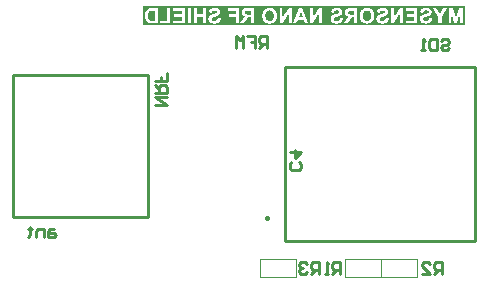
<source format=gbo>
%FSTAX25Y25*%
%MOIN*%
%SFA1B1*%

%IPPOS*%
%ADD24C,0.010000*%
%ADD41C,0.003940*%
%LNnano_rf_shied1_pcb1-1*%
%LPD*%
G36*
X0251287Y0489563D02*
X0144218D01*
Y0495797*
X0251287*
Y0489563*
G37*
%LNnano_rf_shied1_pcb1-2*%
%LPC*%
G36*
X0159947Y0495202D02*
X0158926D01*
Y0490158*
X0159947*
Y0495202*
G37*
G36*
X0157949D02*
X0154209D01*
Y0494349*
X0156929*
Y0493234*
X0154399*
Y0492381*
X0156929*
Y049101*
X0154115*
Y0490158*
X0157949*
Y0495202*
G37*
G36*
X0153225Y0495166D02*
X0152205D01*
Y049101*
X0149668*
Y0490158*
X0153225*
Y0495166*
G37*
G36*
X0197242Y0495202D02*
X0196163D01*
X0194137Y0490158*
X0195238*
X0195675Y0491302*
X0197702*
X0198117Y0490158*
X0199196*
X0197242Y0495202*
G37*
G36*
X0181059D02*
X0178784D01*
X0178718Y0495195*
X0178638*
X0178558Y0495188*
X0178463*
X0178274Y0495166*
X0178077Y0495144*
X0177895Y0495107*
X0177814Y0495085*
X0177742Y0495064*
X0177734*
X0177727Y0495056*
X0177683Y0495035*
X0177618Y0494998*
X017753Y0494954*
X0177435Y0494881*
X0177341Y0494801*
X0177246Y0494699*
X0177158Y0494575*
Y0494568*
X0177151Y0494561*
X0177137Y0494539*
X0177122Y0494517*
X0177085Y0494444*
X0177042Y0494349*
X0177005Y0494233*
X0176969Y0494101*
X017694Y0493948*
X0176932Y0493788*
Y0493781*
Y0493766*
Y049373*
X017694Y0493693*
Y0493642*
X0176947Y0493591*
X0176976Y049346*
X0177013Y0493307*
X0177071Y0493154*
X0177158Y0492993*
X0177209Y049292*
X0177268Y0492847*
X0177275Y049284*
X0177282Y0492833*
X0177304Y0492811*
X0177333Y0492789*
X0177363Y049276*
X0177406Y0492724*
X0177457Y0492687*
X0177516Y0492651*
X0177581Y0492607*
X0177661Y049257*
X0177742Y0492534*
X0177829Y0492498*
X0177931Y0492461*
X0178033Y0492432*
X0178143Y0492403*
X0178267Y0492381*
X0178259*
X0178252Y0492374*
X0178208Y0492345*
X017815Y0492308*
X0178077Y0492257*
X0177989Y0492191*
X0177902Y0492126*
X0177807Y0492046*
X0177727Y0491958*
X017772Y0491951*
X0177683Y0491914*
X0177639Y0491856*
X0177574Y0491769*
X0177486Y0491659*
X0177443Y0491586*
X0177392Y0491513*
X0177333Y0491433*
X0177275Y0491346*
X0177209Y0491244*
X0177144Y0491142*
X0176524Y0490158*
X0177749*
X0178478Y0491251*
X0178485Y0491258*
X0178492Y049128*
X0178514Y0491309*
X0178543Y0491346*
X0178573Y049139*
X0178609Y0491448*
X0178689Y0491565*
X0178784Y0491696*
X0178872Y0491812*
X0178952Y0491922*
X0178988Y0491958*
X0179017Y0491995*
X0179025Y0492002*
X0179039Y0492016*
X0179068Y0492046*
X0179105Y0492082*
X0179156Y0492111*
X0179207Y0492148*
X0179265Y0492177*
X0179323Y0492206*
X0179331*
X0179353Y0492213*
X0179389Y0492228*
X0179447Y0492235*
X017952Y049225*
X0179608Y0492257*
X017971Y0492264*
X0180038*
Y0490158*
X0181059*
Y0495202*
G37*
G36*
X017597D02*
X0172507D01*
Y0494349*
X017495*
Y0493154*
X0172843*
Y0492301*
X017495*
Y0490158*
X017597*
Y0495202*
G37*
G36*
X0148939D02*
X0146927D01*
X0146869Y0495195*
X014673Y0495188*
X0146577Y049518*
X0146416Y0495158*
X0146263Y0495136*
X0146125Y04951*
X0146118*
X0146103Y0495093*
X0146081Y0495085*
X0146052Y0495078*
X0145965Y0495042*
X0145862Y0494991*
X0145746Y0494925*
X0145615Y0494845*
X0145491Y049475*
X0145367Y0494633*
X0145359*
X0145352Y0494619*
X0145316Y0494575*
X0145257Y0494502*
X0145192Y0494408*
X0145112Y0494291*
X0145031Y0494152*
X0144951Y0493992*
X0144886Y0493817*
Y049381*
X0144878Y0493795*
X0144871Y0493766*
X0144856Y049373*
X0144849Y0493686*
X0144834Y0493628*
X014482Y0493562*
X0144798Y0493489*
X0144783Y0493409*
X0144769Y0493314*
X0144754Y0493219*
X0144747Y049311*
X0144725Y0492884*
X0144718Y0492629*
Y0492622*
Y04926*
Y049257*
Y0492527*
X0144725Y0492468*
Y049241*
X0144732Y0492337*
X014474Y0492257*
X0144754Y0492089*
X0144783Y0491914*
X0144827Y0491732*
X0144878Y0491557*
Y049155*
X0144886Y0491535*
X01449Y0491506*
X0144915Y0491462*
X0144929Y0491419*
X0144958Y0491368*
X0145017Y0491236*
X014509Y0491098*
X0145185Y0490945*
X0145294Y0490799*
X0145418Y049066*
X0145432Y0490646*
X0145469Y0490617*
X0145527Y0490573*
X0145607Y0490515*
X0145709Y0490449*
X0145826Y0490383*
X0145972Y0490318*
X0146132Y049026*
X014614*
X0146147Y0490252*
X0146169*
X0146191Y0490245*
X0146271Y049023*
X0146373Y0490208*
X0146497Y0490187*
X014665Y0490172*
X0146832Y0490165*
X0147029Y0490158*
X0148939*
Y0495202*
G37*
G36*
X0208673Y0495297D02*
X0208586D01*
X020852Y049529*
X020844Y0495282*
X0208345Y0495275*
X020825Y049526*
X0208141Y0495246*
X0207908Y0495195*
X0207791Y0495158*
X0207674Y0495122*
X0207558Y0495071*
X0207448Y0495013*
X0207346Y0494947*
X0207252Y0494874*
X0207244Y0494867*
X020723Y0494852*
X0207208Y049483*
X0207179Y0494801*
X0207142Y0494758*
X0207098Y0494706*
X0207055Y0494648*
X0207004Y0494583*
X020696Y0494502*
X0206916Y0494422*
X0206872Y0494327*
X0206836Y0494225*
X02068Y0494123*
X020677Y0494007*
X0206749Y049389*
X0206741Y0493759*
X0207762Y0493722*
Y049373*
Y0493737*
X0207776Y0493788*
X0207791Y0493854*
X020782Y0493934*
X0207857Y0494029*
X0207908Y0494116*
X0207973Y0494203*
X0208046Y0494276*
X0208053Y0494284*
X0208083Y0494306*
X0208134Y0494335*
X0208207Y0494364*
X0208294Y0494393*
X0208403Y0494422*
X0208535Y0494444*
X0208688Y0494451*
X0208761*
X0208841Y0494444*
X0208935Y0494429*
X0209045Y0494408*
X0209161Y0494371*
X0209271Y0494327*
X0209373Y0494262*
X020938Y0494254*
X0209395Y049424*
X0209424Y0494218*
X0209453Y0494182*
X0209482Y0494138*
X0209511Y0494079*
X0209526Y0494021*
X0209533Y0493948*
Y0493941*
Y0493919*
X0209526Y0493883*
X0209511Y0493846*
X0209497Y0493795*
X0209475Y0493744*
X0209438Y0493693*
X0209387Y0493642*
X020938Y0493635*
X0209344Y0493613*
X0209322Y0493598*
X0209285Y0493584*
X0209249Y0493562*
X0209198Y049354*
X020914Y0493518*
X0209074Y0493489*
X0208994Y049346*
X0208914Y0493431*
X0208812Y0493401*
X0208702Y0493372*
X0208586Y0493343*
X0208454Y0493307*
X0208447*
X0208418Y0493299*
X0208382Y0493292*
X020833Y0493278*
X0208272Y0493263*
X0208199Y0493241*
X0208119Y0493219*
X0208039Y0493197*
X0207864Y0493139*
X0207682Y0493081*
X0207507Y0493015*
X0207434Y0492979*
X0207361Y0492942*
X0207354*
X0207346Y0492935*
X0207303Y0492906*
X0207237Y0492862*
X0207157Y0492804*
X0207069Y0492731*
X0206975Y0492643*
X020688Y0492541*
X02068Y0492425*
X0206792Y049241*
X020677Y0492366*
X0206734Y0492301*
X0206698Y0492206*
X0206661Y0492089*
X0206625Y0491951*
X0206603Y0491798*
X0206595Y0491623*
Y0491615*
Y0491601*
Y0491579*
Y049155*
X0206603Y0491513*
X020661Y0491462*
X0206625Y049136*
X0206654Y0491229*
X0206698Y0491091*
X0206763Y0490952*
X0206843Y0490806*
Y0490799*
X0206858Y0490792*
X0206887Y0490748*
X0206945Y0490675*
X0207018Y0490595*
X0207113Y04905*
X0207237Y0490413*
X0207368Y0490325*
X0207528Y0490245*
X0207536*
X020755Y0490238*
X0207572Y049023*
X0207609Y0490216*
X0207652Y0490201*
X0207703Y0490187*
X0207762Y0490172*
X0207827Y0490158*
X0207908Y0490136*
X0207988Y0490121*
X0208177Y0490092*
X0208389Y049007*
X0208622Y0490063*
X0208717*
X0208782Y049007*
X0208863Y0490077*
X020895Y0490085*
X0209052Y0490099*
X0209161Y0490121*
X0209402Y0490172*
X0209526Y0490208*
X0209643Y0490245*
X0209767Y0490296*
X0209883Y0490354*
X0209993Y049042*
X0210095Y04905*
X0210102Y0490507*
X0210117Y0490522*
X0210146Y0490544*
X0210175Y049058*
X0210219Y0490631*
X0210262Y049069*
X0210313Y0490755*
X0210364Y0490828*
X0210415Y0490916*
X0210466Y049101*
X0210517Y049112*
X0210568Y0491236*
X0210605Y049136*
X0210649Y0491499*
X0210678Y0491645*
X02107Y0491798*
X0209708Y0491892*
Y0491885*
X0209701Y0491871*
Y0491842*
X0209694Y0491812*
X0209665Y0491725*
X0209628Y0491615*
X0209584Y0491492*
X0209519Y0491368*
X0209446Y0491258*
X0209351Y0491156*
X0209336Y0491149*
X02093Y049112*
X0209242Y0491083*
X0209154Y049104*
X0209045Y0490996*
X0208921Y0490959*
X0208775Y049093*
X0208608Y0490923*
X0208527*
X020844Y0490938*
X020833Y0490952*
X0208214Y0490974*
X020809Y049101*
X0207973Y0491061*
X0207871Y0491127*
X0207857Y0491134*
X0207827Y0491163*
X0207791Y0491207*
X020774Y0491266*
X0207696Y0491338*
X0207652Y0491426*
X0207623Y0491513*
X0207616Y0491615*
Y0491623*
Y0491645*
X0207623Y0491681*
X0207631Y0491725*
X0207645Y0491769*
X020766Y049182*
X0207689Y0491871*
X0207725Y0491922*
X0207733Y0491929*
X0207747Y0491944*
X0207769Y0491965*
X0207806Y0491995*
X0207857Y0492031*
X0207922Y0492067*
X0207995Y0492104*
X020809Y049214*
X0208097*
X0208126Y0492155*
X0208177Y049217*
X0208214Y0492184*
X0208258Y0492191*
X0208309Y0492206*
X0208367Y0492228*
X0208433Y0492242*
X0208505Y0492264*
X0208593Y0492286*
X0208688Y0492308*
X020879Y0492337*
X0208906Y0492366*
X0208914*
X0208943Y0492374*
X0208986Y0492388*
X0209038Y0492403*
X0209103Y0492425*
X0209183Y0492447*
X0209264Y0492476*
X0209358Y0492505*
X0209548Y0492578*
X020973Y0492665*
X0209825Y0492709*
X0209905Y049276*
X0209985Y0492811*
X0210051Y0492862*
X0210058Y0492869*
X0210073Y0492884*
X0210095Y0492906*
X0210124Y0492935*
X021016Y0492979*
X0210197Y049303*
X021024Y0493081*
X0210277Y0493146*
X0210364Y0493299*
X0210437Y0493474*
X0210466Y0493569*
X0210488Y0493664*
X0210503Y0493773*
X021051Y0493883*
Y049389*
Y0493897*
Y0493919*
Y0493948*
X0210496Y0494021*
X0210481Y0494116*
X0210459Y0494225*
X0210423Y0494349*
X0210372Y0494481*
X0210299Y0494604*
Y0494612*
X0210291Y0494619*
X0210255Y0494663*
X0210211Y0494721*
X0210138Y0494794*
X0210051Y0494874*
X0209942Y0494962*
X0209818Y0495042*
X0209672Y0495115*
X0209665*
X020965Y0495122*
X0209628Y0495129*
X0209599Y0495144*
X0209555Y0495158*
X0209511Y0495173*
X0209453Y0495188*
X0209387Y049521*
X0209242Y0495239*
X0209074Y0495268*
X0208885Y049529*
X0208673Y0495297*
G37*
G36*
X0186278D02*
X0186227D01*
X0186169Y049529*
X0186096*
X0186001Y0495275*
X0185892Y049526*
X0185768Y0495239*
X0185637Y049521*
X0185498Y0495173*
X0185352Y0495129*
X0185207Y0495071*
X0185054Y0495005*
X0184908Y0494925*
X0184762Y049483*
X0184623Y0494721*
X0184492Y0494597*
X0184485Y049459*
X0184463Y0494568*
X0184426Y0494524*
X018439Y0494473*
X0184339Y04944*
X0184281Y0494313*
X0184222Y0494211*
X0184157Y0494094*
X0184091Y049397*
X0184033Y0493824*
X0183975Y0493664*
X0183923Y0493496*
X018388Y0493307*
X0183851Y049311*
X0183829Y0492899*
X0183821Y0492672*
Y0492658*
Y0492622*
X0183829Y0492556*
Y0492468*
X0183843Y0492366*
X0183858Y049225*
X018388Y0492111*
X0183902Y0491973*
X0183938Y049182*
X0183982Y0491659*
X018404Y0491499*
X0184106Y0491338*
X0184179Y0491185*
X0184273Y0491032*
X0184376Y0490886*
X0184492Y0490748*
X0184499Y0490741*
X0184521Y0490719*
X0184558Y0490682*
X0184616Y0490639*
X0184682Y0490588*
X0184762Y0490529*
X0184857Y0490471*
X0184959Y0490405*
X0185083Y049034*
X0185214Y0490281*
X018536Y0490223*
X018552Y0490172*
X0185688Y0490128*
X018587Y0490092*
X0186059Y049007*
X0186264Y0490063*
X0186315*
X0186373Y049007*
X0186446Y0490077*
X0186541Y0490085*
X018665Y0490099*
X0186774Y0490121*
X0186905Y049015*
X0187051Y0490187*
X0187189Y049023*
X0187343Y0490289*
X0187488Y0490354*
X0187641Y0490427*
X018778Y0490522*
X0187918Y0490624*
X018805Y0490748*
X0188057Y0490755*
X0188079Y0490777*
X0188108Y0490821*
X0188152Y0490872*
X0188203Y0490945*
X0188261Y0491032*
X0188319Y0491127*
X0188378Y0491244*
X0188443Y0491368*
X0188502Y0491513*
X018856Y0491667*
X0188611Y0491834*
X0188655Y0492016*
X0188684Y0492213*
X0188706Y0492425*
X0188713Y0492643*
Y0492651*
Y049268*
Y0492716*
X0188706Y0492775*
Y049284*
X0188698Y0492913*
X0188691Y0493001*
X0188684Y0493095*
X0188655Y0493299*
X0188618Y0493518*
X018856Y0493737*
X0188487Y0493941*
Y0493948*
X018848Y0493956*
X0188465Y0493977*
X0188458Y0494007*
X0188414Y0494079*
X0188363Y0494174*
X0188297Y0494284*
X0188217Y0494393*
X0188123Y0494517*
X0188021Y0494633*
X0188013Y0494641*
X0188006Y0494648*
X018797Y0494685*
X0187904Y0494743*
X0187824Y0494808*
X0187729Y0494881*
X018762Y0494962*
X0187496Y0495035*
X0187364Y0495093*
X0187357*
X0187343Y04951*
X0187313Y0495115*
X0187277Y0495122*
X0187233Y0495144*
X0187182Y0495158*
X0187117Y0495173*
X0187051Y0495195*
X0186891Y0495231*
X0186708Y0495268*
X0186497Y049529*
X0186278Y0495297*
G37*
G36*
X0167944D02*
X0167856D01*
X0167791Y049529*
X0167711Y0495282*
X0167616Y0495275*
X0167521Y049526*
X0167412Y0495246*
X0167178Y0495195*
X0167062Y0495158*
X0166945Y0495122*
X0166829Y0495071*
X0166719Y0495013*
X0166617Y0494947*
X0166522Y0494874*
X0166515Y0494867*
X01665Y0494852*
X0166479Y049483*
X0166449Y0494801*
X0166413Y0494758*
X0166369Y0494706*
X0166325Y0494648*
X0166274Y0494583*
X0166231Y0494502*
X0166187Y0494422*
X0166143Y0494327*
X0166107Y0494225*
X016607Y0494123*
X0166041Y0494007*
X0166019Y049389*
X0166012Y0493759*
X0167033Y0493722*
Y049373*
Y0493737*
X0167047Y0493788*
X0167062Y0493854*
X0167091Y0493934*
X0167127Y0494029*
X0167178Y0494116*
X0167244Y0494203*
X0167317Y0494276*
X0167324Y0494284*
X0167353Y0494306*
X0167404Y0494335*
X0167477Y0494364*
X0167565Y0494393*
X0167674Y0494422*
X0167805Y0494444*
X0167958Y0494451*
X0168031*
X0168112Y0494444*
X0168206Y0494429*
X0168316Y0494408*
X0168432Y0494371*
X0168542Y0494327*
X0168644Y0494262*
X0168651Y0494254*
X0168666Y049424*
X0168695Y0494218*
X0168724Y0494182*
X0168753Y0494138*
X0168782Y0494079*
X0168797Y0494021*
X0168804Y0493948*
Y0493941*
Y0493919*
X0168797Y0493883*
X0168782Y0493846*
X0168768Y0493795*
X0168746Y0493744*
X0168709Y0493693*
X0168658Y0493642*
X0168651Y0493635*
X0168614Y0493613*
X0168593Y0493598*
X0168556Y0493584*
X016852Y0493562*
X0168469Y049354*
X016841Y0493518*
X0168345Y0493489*
X0168265Y049346*
X0168184Y0493431*
X0168082Y0493401*
X0167973Y0493372*
X0167856Y0493343*
X0167725Y0493307*
X0167718*
X0167689Y0493299*
X0167652Y0493292*
X0167601Y0493278*
X0167543Y0493263*
X016747Y0493241*
X016739Y0493219*
X016731Y0493197*
X0167135Y0493139*
X0166952Y0493081*
X0166777Y0493015*
X0166704Y0492979*
X0166632Y0492942*
X0166624*
X0166617Y0492935*
X0166573Y0492906*
X0166508Y0492862*
X0166428Y0492804*
X016634Y0492731*
X0166245Y0492643*
X016615Y0492541*
X016607Y0492425*
X0166063Y049241*
X0166041Y0492366*
X0166005Y0492301*
X0165968Y0492206*
X0165932Y0492089*
X0165895Y0491951*
X0165874Y0491798*
X0165866Y0491623*
Y0491615*
Y0491601*
Y0491579*
Y049155*
X0165874Y0491513*
X0165881Y0491462*
X0165895Y049136*
X0165925Y0491229*
X0165968Y0491091*
X0166034Y0490952*
X0166114Y0490806*
Y0490799*
X0166129Y0490792*
X0166158Y0490748*
X0166216Y0490675*
X0166289Y0490595*
X0166384Y04905*
X0166508Y0490413*
X0166639Y0490325*
X0166799Y0490245*
X0166807*
X0166821Y0490238*
X0166843Y049023*
X0166879Y0490216*
X0166923Y0490201*
X0166974Y0490187*
X0167033Y0490172*
X0167098Y0490158*
X0167178Y0490136*
X0167259Y0490121*
X0167448Y0490092*
X0167659Y049007*
X0167893Y0490063*
X0167988*
X0168053Y049007*
X0168133Y0490077*
X0168221Y0490085*
X0168323Y0490099*
X0168432Y0490121*
X0168673Y0490172*
X0168797Y0490208*
X0168913Y0490245*
X0169037Y0490296*
X0169154Y0490354*
X0169263Y049042*
X0169365Y04905*
X0169373Y0490507*
X0169387Y0490522*
X0169416Y0490544*
X0169446Y049058*
X0169489Y0490631*
X0169533Y049069*
X0169584Y0490755*
X0169635Y0490828*
X0169686Y0490916*
X0169737Y049101*
X0169788Y049112*
X0169839Y0491236*
X0169876Y049136*
X0169919Y0491499*
X0169949Y0491645*
X0169971Y0491798*
X0168979Y0491892*
Y0491885*
X0168972Y0491871*
Y0491842*
X0168964Y0491812*
X0168935Y0491725*
X0168899Y0491615*
X0168855Y0491492*
X016879Y0491368*
X0168717Y0491258*
X0168622Y0491156*
X0168607Y0491149*
X0168571Y049112*
X0168512Y0491083*
X0168425Y049104*
X0168316Y0490996*
X0168192Y0490959*
X0168046Y049093*
X0167878Y0490923*
X0167798*
X0167711Y0490938*
X0167601Y0490952*
X0167485Y0490974*
X0167361Y049101*
X0167244Y0491061*
X0167142Y0491127*
X0167127Y0491134*
X0167098Y0491163*
X0167062Y0491207*
X0167011Y0491266*
X0166967Y0491338*
X0166923Y0491426*
X0166894Y0491513*
X0166887Y0491615*
Y0491623*
Y0491645*
X0166894Y0491681*
X0166901Y0491725*
X0166916Y0491769*
X016693Y049182*
X016696Y0491871*
X0166996Y0491922*
X0167003Y0491929*
X0167018Y0491944*
X016704Y0491965*
X0167076Y0491995*
X0167127Y0492031*
X0167193Y0492067*
X0167266Y0492104*
X0167361Y049214*
X0167368*
X0167397Y0492155*
X0167448Y049217*
X0167485Y0492184*
X0167528Y0492191*
X0167579Y0492206*
X0167638Y0492228*
X0167703Y0492242*
X0167776Y0492264*
X0167864Y0492286*
X0167958Y0492308*
X0168061Y0492337*
X0168177Y0492366*
X0168184*
X0168214Y0492374*
X0168257Y0492388*
X0168308Y0492403*
X0168374Y0492425*
X0168454Y0492447*
X0168534Y0492476*
X0168629Y0492505*
X0168819Y0492578*
X0169001Y0492665*
X0169096Y0492709*
X0169176Y049276*
X0169256Y0492811*
X0169322Y0492862*
X0169329Y0492869*
X0169343Y0492884*
X0169365Y0492906*
X0169395Y0492935*
X0169431Y0492979*
X0169467Y049303*
X0169511Y0493081*
X0169548Y0493146*
X0169635Y0493299*
X0169708Y0493474*
X0169737Y0493569*
X0169759Y0493664*
X0169774Y0493773*
X0169781Y0493883*
Y049389*
Y0493897*
Y0493919*
Y0493948*
X0169766Y0494021*
X0169752Y0494116*
X016973Y0494225*
X0169693Y0494349*
X0169642Y0494481*
X016957Y0494604*
Y0494612*
X0169562Y0494619*
X0169526Y0494663*
X0169482Y0494721*
X0169409Y0494794*
X0169322Y0494874*
X0169212Y0494962*
X0169088Y0495042*
X0168943Y0495115*
X0168935*
X0168921Y0495122*
X0168899Y0495129*
X016887Y0495144*
X0168826Y0495158*
X0168782Y0495173*
X0168724Y0495188*
X0168658Y049521*
X0168512Y0495239*
X0168345Y0495268*
X0168155Y049529*
X0167944Y0495297*
G37*
G36*
X0238438D02*
X0238351D01*
X0238285Y049529*
X0238205Y0495282*
X023811Y0495275*
X0238015Y049526*
X0237906Y0495246*
X0237673Y0495195*
X0237556Y0495158*
X0237439Y0495122*
X0237323Y0495071*
X0237213Y0495013*
X0237111Y0494947*
X0237017Y0494874*
X0237009Y0494867*
X0236995Y0494852*
X0236973Y049483*
X0236944Y0494801*
X0236907Y0494758*
X0236863Y0494706*
X023682Y0494648*
X0236769Y0494583*
X0236725Y0494502*
X0236681Y0494422*
X0236637Y0494327*
X0236601Y0494225*
X0236565Y0494123*
X0236535Y0494007*
X0236514Y049389*
X0236506Y0493759*
X0237527Y0493722*
Y049373*
Y0493737*
X0237542Y0493788*
X0237556Y0493854*
X0237585Y0493934*
X0237622Y0494029*
X0237673Y0494116*
X0237738Y0494203*
X0237811Y0494276*
X0237819Y0494284*
X0237848Y0494306*
X0237899Y0494335*
X0237972Y0494364*
X0238059Y0494393*
X0238168Y0494422*
X02383Y0494444*
X0238453Y0494451*
X0238526*
X0238606Y0494444*
X0238701Y0494429*
X023881Y0494408*
X0238927Y0494371*
X0239036Y0494327*
X0239138Y0494262*
X0239145Y0494254*
X023916Y049424*
X0239189Y0494218*
X0239218Y0494182*
X0239247Y0494138*
X0239277Y0494079*
X0239291Y0494021*
X0239298Y0493948*
Y0493941*
Y0493919*
X0239291Y0493883*
X0239277Y0493846*
X0239262Y0493795*
X023924Y0493744*
X0239204Y0493693*
X0239153Y0493642*
X0239145Y0493635*
X0239109Y0493613*
X0239087Y0493598*
X0239051Y0493584*
X0239014Y0493562*
X0238963Y049354*
X0238905Y0493518*
X0238839Y0493489*
X0238759Y049346*
X0238679Y0493431*
X0238577Y0493401*
X0238467Y0493372*
X0238351Y0493343*
X0238219Y0493307*
X0238212*
X0238183Y0493299*
X0238146Y0493292*
X0238095Y0493278*
X0238037Y0493263*
X0237964Y0493241*
X0237884Y0493219*
X0237804Y0493197*
X0237629Y0493139*
X0237447Y0493081*
X0237272Y0493015*
X0237199Y0492979*
X0237126Y0492942*
X0237119*
X0237111Y0492935*
X0237068Y0492906*
X0237002Y0492862*
X0236922Y0492804*
X0236834Y0492731*
X023674Y0492643*
X0236645Y0492541*
X0236565Y0492425*
X0236557Y049241*
X0236535Y0492366*
X0236499Y0492301*
X0236463Y0492206*
X0236426Y0492089*
X023639Y0491951*
X0236368Y0491798*
X0236361Y0491623*
Y0491615*
Y0491601*
Y0491579*
Y049155*
X0236368Y0491513*
X0236375Y0491462*
X023639Y049136*
X0236419Y0491229*
X0236463Y0491091*
X0236528Y0490952*
X0236608Y0490806*
Y0490799*
X0236623Y0490792*
X0236652Y0490748*
X023671Y0490675*
X0236783Y0490595*
X0236878Y04905*
X0237002Y0490413*
X0237133Y0490325*
X0237294Y0490245*
X0237301*
X0237316Y0490238*
X0237337Y049023*
X0237374Y0490216*
X0237418Y0490201*
X0237469Y0490187*
X0237527Y0490172*
X0237593Y0490158*
X0237673Y0490136*
X0237753Y0490121*
X0237942Y0490092*
X0238154Y049007*
X0238387Y0490063*
X0238482*
X0238547Y049007*
X0238628Y0490077*
X0238715Y0490085*
X0238817Y0490099*
X0238927Y0490121*
X0239167Y0490172*
X0239291Y0490208*
X0239408Y0490245*
X0239532Y0490296*
X0239648Y0490354*
X0239758Y049042*
X023986Y04905*
X0239867Y0490507*
X0239882Y0490522*
X0239911Y0490544*
X023994Y049058*
X0239984Y0490631*
X0240027Y049069*
X0240078Y0490755*
X0240129Y0490828*
X024018Y0490916*
X0240231Y049101*
X0240283Y049112*
X0240334Y0491236*
X024037Y049136*
X0240414Y0491499*
X0240443Y0491645*
X0240465Y0491798*
X0239473Y0491892*
Y0491885*
X0239466Y0491871*
Y0491842*
X0239459Y0491812*
X023943Y0491725*
X0239393Y0491615*
X0239349Y0491492*
X0239284Y0491368*
X0239211Y0491258*
X0239116Y0491156*
X0239102Y0491149*
X0239065Y049112*
X0239007Y0491083*
X0238919Y049104*
X023881Y0490996*
X0238686Y0490959*
X023854Y049093*
X0238372Y0490923*
X0238292*
X0238205Y0490938*
X0238095Y0490952*
X0237979Y0490974*
X0237855Y049101*
X0237738Y0491061*
X0237636Y0491127*
X0237622Y0491134*
X0237593Y0491163*
X0237556Y0491207*
X0237505Y0491266*
X0237461Y0491338*
X0237418Y0491426*
X0237388Y0491513*
X0237381Y0491615*
Y0491623*
Y0491645*
X0237388Y0491681*
X0237396Y0491725*
X023741Y0491769*
X0237425Y049182*
X0237454Y0491871*
X023749Y0491922*
X0237498Y0491929*
X0237512Y0491944*
X0237534Y0491965*
X0237571Y0491995*
X0237622Y0492031*
X0237687Y0492067*
X023776Y0492104*
X0237855Y049214*
X0237862*
X0237891Y0492155*
X0237942Y049217*
X0237979Y0492184*
X0238023Y0492191*
X0238074Y0492206*
X0238132Y0492228*
X0238198Y0492242*
X023827Y0492264*
X0238358Y0492286*
X0238453Y0492308*
X0238555Y0492337*
X0238671Y0492366*
X0238679*
X0238708Y0492374*
X0238752Y0492388*
X0238803Y0492403*
X0238868Y0492425*
X0238948Y0492447*
X0239029Y0492476*
X0239123Y0492505*
X0239313Y0492578*
X0239495Y0492665*
X023959Y0492709*
X023967Y049276*
X023975Y0492811*
X0239816Y0492862*
X0239823Y0492869*
X0239838Y0492884*
X023986Y0492906*
X0239889Y0492935*
X0239925Y0492979*
X0239962Y049303*
X0240005Y0493081*
X0240042Y0493146*
X0240129Y0493299*
X0240202Y0493474*
X0240231Y0493569*
X0240253Y0493664*
X0240268Y0493773*
X0240275Y0493883*
Y049389*
Y0493897*
Y0493919*
Y0493948*
X0240261Y0494021*
X0240246Y0494116*
X0240224Y0494225*
X0240188Y0494349*
X0240137Y0494481*
X0240064Y0494604*
Y0494612*
X0240056Y0494619*
X024002Y0494663*
X0239976Y0494721*
X0239903Y0494794*
X0239816Y0494874*
X0239707Y0494962*
X0239583Y0495042*
X0239437Y0495115*
X023943*
X0239415Y0495122*
X0239393Y0495129*
X0239364Y0495144*
X023932Y0495158*
X0239277Y0495173*
X0239218Y0495188*
X0239153Y049521*
X0239007Y0495239*
X0238839Y0495268*
X023865Y049529*
X0238438Y0495297*
G37*
G36*
X0223946D02*
X0223858D01*
X0223793Y049529*
X0223712Y0495282*
X0223618Y0495275*
X0223523Y049526*
X0223413Y0495246*
X022318Y0495195*
X0223063Y0495158*
X0222947Y0495122*
X022283Y0495071*
X0222721Y0495013*
X0222619Y0494947*
X0222524Y0494874*
X0222517Y0494867*
X0222502Y0494852*
X022248Y049483*
X0222451Y0494801*
X0222415Y0494758*
X0222371Y0494706*
X0222327Y0494648*
X0222276Y0494583*
X0222233Y0494502*
X0222189Y0494422*
X0222145Y0494327*
X0222109Y0494225*
X0222072Y0494123*
X0222043Y0494007*
X0222021Y049389*
X0222014Y0493759*
X0223034Y0493722*
Y049373*
Y0493737*
X0223049Y0493788*
X0223063Y0493854*
X0223093Y0493934*
X0223129Y0494029*
X022318Y0494116*
X0223246Y0494203*
X0223319Y0494276*
X0223326Y0494284*
X0223355Y0494306*
X0223406Y0494335*
X0223479Y0494364*
X0223567Y0494393*
X0223676Y0494422*
X0223807Y0494444*
X022396Y0494451*
X0224033*
X0224113Y0494444*
X0224208Y0494429*
X0224317Y0494408*
X0224434Y0494371*
X0224543Y0494327*
X0224645Y0494262*
X0224653Y0494254*
X0224667Y049424*
X0224696Y0494218*
X0224726Y0494182*
X0224755Y0494138*
X0224784Y0494079*
X0224798Y0494021*
X0224806Y0493948*
Y0493941*
Y0493919*
X0224798Y0493883*
X0224784Y0493846*
X0224769Y0493795*
X0224747Y0493744*
X0224711Y0493693*
X022466Y0493642*
X0224653Y0493635*
X0224616Y0493613*
X0224594Y0493598*
X0224558Y0493584*
X0224521Y0493562*
X022447Y049354*
X0224412Y0493518*
X0224347Y0493489*
X0224266Y049346*
X0224186Y0493431*
X0224084Y0493401*
X0223975Y0493372*
X0223858Y0493343*
X0223727Y0493307*
X022372*
X0223691Y0493299*
X0223654Y0493292*
X0223603Y0493278*
X0223545Y0493263*
X0223472Y0493241*
X0223392Y0493219*
X0223311Y0493197*
X0223136Y0493139*
X0222954Y0493081*
X0222779Y0493015*
X0222706Y0492979*
X0222633Y0492942*
X0222626*
X0222619Y0492935*
X0222575Y0492906*
X022251Y0492862*
X0222429Y0492804*
X0222342Y0492731*
X0222247Y0492643*
X0222152Y0492541*
X0222072Y0492425*
X0222065Y049241*
X0222043Y0492366*
X0222007Y0492301*
X022197Y0492206*
X0221934Y0492089*
X0221897Y0491951*
X0221875Y0491798*
X0221868Y0491623*
Y0491615*
Y0491601*
Y0491579*
Y049155*
X0221875Y0491513*
X0221883Y0491462*
X0221897Y049136*
X0221926Y0491229*
X022197Y0491091*
X0222036Y0490952*
X0222116Y0490806*
Y0490799*
X022213Y0490792*
X022216Y0490748*
X0222218Y0490675*
X0222291Y0490595*
X0222386Y04905*
X022251Y0490413*
X0222641Y0490325*
X0222801Y0490245*
X0222808*
X0222823Y0490238*
X0222845Y049023*
X0222881Y0490216*
X0222925Y0490201*
X0222976Y0490187*
X0223034Y0490172*
X02231Y0490158*
X022318Y0490136*
X022326Y0490121*
X022345Y0490092*
X0223661Y049007*
X0223895Y0490063*
X0223989*
X0224055Y049007*
X0224135Y0490077*
X0224223Y0490085*
X0224325Y0490099*
X0224434Y0490121*
X0224675Y0490172*
X0224798Y0490208*
X0224915Y0490245*
X0225039Y0490296*
X0225156Y0490354*
X0225265Y049042*
X0225367Y04905*
X0225375Y0490507*
X0225389Y0490522*
X0225418Y0490544*
X0225447Y049058*
X0225491Y0490631*
X0225535Y049069*
X0225586Y0490755*
X0225637Y0490828*
X0225688Y0490916*
X0225739Y049101*
X022579Y049112*
X0225841Y0491236*
X0225877Y049136*
X0225921Y0491499*
X022595Y0491645*
X0225972Y0491798*
X0224981Y0491892*
Y0491885*
X0224974Y0491871*
Y0491842*
X0224966Y0491812*
X0224937Y0491725*
X0224901Y0491615*
X0224857Y0491492*
X0224791Y0491368*
X0224718Y0491258*
X0224624Y0491156*
X0224609Y0491149*
X0224573Y049112*
X0224514Y0491083*
X0224427Y049104*
X0224317Y0490996*
X0224194Y0490959*
X0224048Y049093*
X022388Y0490923*
X02238*
X0223712Y0490938*
X0223603Y0490952*
X0223486Y0490974*
X0223362Y049101*
X0223246Y0491061*
X0223144Y0491127*
X0223129Y0491134*
X02231Y0491163*
X0223063Y0491207*
X0223012Y0491266*
X0222969Y0491338*
X0222925Y0491426*
X0222896Y0491513*
X0222889Y0491615*
Y0491623*
Y0491645*
X0222896Y0491681*
X0222903Y0491725*
X0222918Y0491769*
X0222932Y049182*
X0222961Y0491871*
X0222998Y0491922*
X0223005Y0491929*
X022302Y0491944*
X0223042Y0491965*
X0223078Y0491995*
X0223129Y0492031*
X0223195Y0492067*
X0223268Y0492104*
X0223362Y049214*
X022337*
X0223399Y0492155*
X022345Y049217*
X0223486Y0492184*
X022353Y0492191*
X0223581Y0492206*
X0223639Y0492228*
X0223705Y0492242*
X0223778Y0492264*
X0223865Y0492286*
X022396Y0492308*
X0224062Y0492337*
X0224179Y0492366*
X0224186*
X0224215Y0492374*
X0224259Y0492388*
X022431Y0492403*
X0224376Y0492425*
X0224456Y0492447*
X0224536Y0492476*
X0224631Y0492505*
X022482Y0492578*
X0225003Y0492665*
X0225097Y0492709*
X0225178Y049276*
X0225258Y0492811*
X0225323Y0492862*
X0225331Y0492869*
X0225345Y0492884*
X0225367Y0492906*
X0225396Y0492935*
X0225433Y0492979*
X0225469Y049303*
X0225513Y0493081*
X0225549Y0493146*
X0225637Y0493299*
X022571Y0493474*
X0225739Y0493569*
X0225761Y0493664*
X0225775Y0493773*
X0225783Y0493883*
Y049389*
Y0493897*
Y0493919*
Y0493948*
X0225768Y0494021*
X0225753Y0494116*
X0225732Y0494225*
X0225695Y0494349*
X0225644Y0494481*
X0225571Y0494604*
Y0494612*
X0225564Y0494619*
X0225528Y0494663*
X0225484Y0494721*
X0225411Y0494794*
X0225323Y0494874*
X0225214Y0494962*
X022509Y0495042*
X0224944Y0495115*
X0224937*
X0224922Y0495122*
X0224901Y0495129*
X0224871Y0495144*
X0224828Y0495158*
X0224784Y0495173*
X0224726Y0495188*
X022466Y049521*
X0224514Y0495239*
X0224347Y0495268*
X0224157Y049529*
X0223946Y0495297*
G37*
G36*
X0218777D02*
X0218726D01*
X0218668Y049529*
X0218595*
X02185Y0495275*
X0218391Y049526*
X0218267Y0495239*
X0218135Y049521*
X0217997Y0495173*
X0217851Y0495129*
X0217705Y0495071*
X0217552Y0495005*
X0217407Y0494925*
X0217261Y049483*
X0217122Y0494721*
X0216991Y0494597*
X0216984Y049459*
X0216962Y0494568*
X0216925Y0494524*
X0216889Y0494473*
X0216838Y04944*
X021678Y0494313*
X0216721Y0494211*
X0216656Y0494094*
X021659Y049397*
X0216532Y0493824*
X0216473Y0493664*
X0216422Y0493496*
X0216379Y0493307*
X0216349Y049311*
X0216328Y0492899*
X021632Y0492672*
Y0492658*
Y0492622*
X0216328Y0492556*
Y0492468*
X0216342Y0492366*
X0216357Y049225*
X0216379Y0492111*
X0216401Y0491973*
X0216437Y049182*
X0216481Y0491659*
X0216539Y0491499*
X0216605Y0491338*
X0216677Y0491185*
X0216772Y0491032*
X0216874Y0490886*
X0216991Y0490748*
X0216998Y0490741*
X021702Y0490719*
X0217057Y0490682*
X0217115Y0490639*
X021718Y0490588*
X0217261Y0490529*
X0217355Y0490471*
X0217458Y0490405*
X0217581Y049034*
X0217713Y0490281*
X0217859Y0490223*
X0218019Y0490172*
X0218186Y0490128*
X0218369Y0490092*
X0218558Y049007*
X0218762Y0490063*
X0218813*
X0218872Y049007*
X0218945Y0490077*
X0219039Y0490085*
X0219149Y0490099*
X0219273Y0490121*
X0219404Y049015*
X021955Y0490187*
X0219688Y049023*
X0219841Y0490289*
X0219987Y0490354*
X022014Y0490427*
X0220279Y0490522*
X0220417Y0490624*
X0220549Y0490748*
X0220556Y0490755*
X0220578Y0490777*
X0220607Y0490821*
X0220651Y0490872*
X0220702Y0490945*
X022076Y0491032*
X0220818Y0491127*
X0220877Y0491244*
X0220942Y0491368*
X0221001Y0491513*
X0221059Y0491667*
X022111Y0491834*
X0221153Y0492016*
X0221183Y0492213*
X0221205Y0492425*
X0221212Y0492643*
Y0492651*
Y049268*
Y0492716*
X0221205Y0492775*
Y049284*
X0221197Y0492913*
X022119Y0493001*
X0221183Y0493095*
X0221153Y0493299*
X0221117Y0493518*
X0221059Y0493737*
X0220986Y0493941*
Y0493948*
X0220979Y0493956*
X0220964Y0493977*
X0220957Y0494007*
X0220913Y0494079*
X0220862Y0494174*
X0220796Y0494284*
X0220716Y0494393*
X0220621Y0494517*
X0220519Y0494633*
X0220512Y0494641*
X0220505Y0494648*
X0220468Y0494685*
X0220403Y0494743*
X0220322Y0494808*
X0220228Y0494881*
X0220118Y0494962*
X0219994Y0495035*
X0219863Y0495093*
X0219856*
X0219841Y04951*
X0219812Y0495115*
X0219776Y0495122*
X0219732Y0495144*
X0219681Y0495158*
X0219615Y0495173*
X021955Y0495195*
X0219389Y0495231*
X0219207Y0495268*
X0218996Y049529*
X0218777Y0495297*
G37*
G36*
X0203767Y0495202D02*
X0202783D01*
X0200698Y0491805*
Y0495202*
X0199757*
Y0490158*
X0200778*
X0202826Y0493482*
Y0490158*
X0203767*
Y0495202*
G37*
G36*
X019359D02*
X0192606D01*
X0190521Y0491805*
Y0495202*
X0189581*
Y0490158*
X0190601*
X019265Y0493482*
Y0490158*
X019359*
Y0495202*
G37*
G36*
X0230791D02*
X0229807D01*
X0227722Y0491805*
Y0495202*
X0226781*
Y0490158*
X0227802*
X0229851Y0493482*
Y0490158*
X0230791*
Y0495202*
G37*
G36*
X0164999D02*
X0163978D01*
Y0493219*
X0161988*
Y0495202*
X0160967*
Y0490158*
X0161988*
Y0492366*
X0163978*
Y0490158*
X0164999*
Y0495202*
G37*
G36*
X0245422D02*
X0244234D01*
X0243045Y0493205*
X0241886Y0495202*
X0240713*
X0242557Y0492272*
Y0490158*
X0243578*
Y0492279*
X0245422Y0495202*
G37*
G36*
X0250787D02*
X0249264D01*
X024836Y0491754*
X0247463Y0495202*
X0245932*
Y0490158*
X0246873*
X024688Y0494123*
X0247871Y0490158*
X0248855*
X0249847Y0494123*
Y0490158*
X0250787*
Y0495202*
G37*
G36*
X0235493D02*
X0231753D01*
Y0494349*
X0234472*
Y0493234*
X0231943*
Y0492381*
X0234472*
Y049101*
X0231658*
Y0490158*
X0235493*
Y0495202*
G37*
G36*
X0215518D02*
X0213244D01*
X0213178Y0495195*
X0213098*
X0213018Y0495188*
X0212923*
X0212734Y0495166*
X0212537Y0495144*
X0212354Y0495107*
X0212274Y0495085*
X0212201Y0495064*
X0212194*
X0212187Y0495056*
X0212143Y0495035*
X0212077Y0494998*
X021199Y0494954*
X0211895Y0494881*
X0211801Y0494801*
X0211706Y0494699*
X0211618Y0494575*
Y0494568*
X0211611Y0494561*
X0211596Y0494539*
X0211582Y0494517*
X0211545Y0494444*
X0211502Y0494349*
X0211465Y0494233*
X0211429Y0494101*
X02114Y0493948*
X0211392Y0493788*
Y0493781*
Y0493766*
Y049373*
X02114Y0493693*
Y0493642*
X0211407Y0493591*
X0211436Y049346*
X0211472Y0493307*
X0211531Y0493154*
X0211618Y0492993*
X0211669Y049292*
X0211728Y0492847*
X0211735Y049284*
X0211742Y0492833*
X0211764Y0492811*
X0211793Y0492789*
X0211822Y049276*
X0211866Y0492724*
X0211917Y0492687*
X0211975Y0492651*
X0212041Y0492607*
X0212121Y049257*
X0212201Y0492534*
X0212289Y0492498*
X0212391Y0492461*
X0212493Y0492432*
X0212602Y0492403*
X0212726Y0492381*
X0212719*
X0212712Y0492374*
X0212668Y0492345*
X021261Y0492308*
X0212537Y0492257*
X0212449Y0492191*
X0212362Y0492126*
X0212267Y0492046*
X0212187Y0491958*
X021218Y0491951*
X0212143Y0491914*
X0212099Y0491856*
X0212034Y0491769*
X0211946Y0491659*
X0211902Y0491586*
X0211852Y0491513*
X0211793Y0491433*
X0211735Y0491346*
X0211669Y0491244*
X0211604Y0491142*
X0210984Y0490158*
X0212209*
X0212938Y0491251*
X0212945Y0491258*
X0212952Y049128*
X0212974Y0491309*
X0213003Y0491346*
X0213033Y049139*
X0213069Y0491448*
X0213149Y0491565*
X0213244Y0491696*
X0213331Y0491812*
X0213412Y0491922*
X0213448Y0491958*
X0213477Y0491995*
X0213485Y0492002*
X0213499Y0492016*
X0213528Y0492046*
X0213565Y0492082*
X0213616Y0492111*
X0213667Y0492148*
X0213725Y0492177*
X0213783Y0492206*
X0213791*
X0213812Y0492213*
X0213849Y0492228*
X0213907Y0492235*
X021398Y049225*
X0214068Y0492257*
X021417Y0492264*
X0214498*
Y0490158*
X0215518*
Y0495202*
G37*
%LNnano_rf_shied1_pcb1-3*%
%LPD*%
G36*
X0197395Y0492155D02*
X0196003D01*
X019671Y0494029*
X0197395Y0492155*
G37*
G36*
X0180038Y0493066D02*
X0179046D01*
X0178901Y0493074*
X0178748Y0493081*
X0178595Y0493088*
X0178529Y0493095*
X0178471Y0493103*
X0178412Y0493117*
X0178376Y0493124*
X0178368*
X0178347Y0493139*
X017831Y0493154*
X0178274Y0493176*
X0178179Y0493241*
X0178135Y0493285*
X0178092Y0493336*
X0178084Y0493343*
X0178077Y0493365*
X0178055Y0493394*
X0178033Y0493438*
X0178019Y0493496*
X0177997Y0493562*
X0177989Y0493635*
X0177982Y0493715*
Y049373*
Y0493759*
X0177989Y0493802*
X0177997Y0493861*
X0178019Y0493926*
X0178041Y0493992*
X0178077Y0494065*
X0178121Y0494123*
X0178128Y0494131*
X0178143Y0494152*
X0178179Y0494174*
X0178223Y0494211*
X0178274Y0494247*
X0178339Y0494276*
X017842Y0494306*
X0178507Y0494327*
X0178514*
X0178536Y0494335*
X017858*
X0178646Y0494342*
X0178806*
X0178872Y0494349*
X0180038*
Y0493066*
G37*
G36*
X0147918Y049101D02*
X0147021D01*
X0146927Y0491018*
X0146825*
X0146723Y0491032*
X0146628Y049104*
X0146548Y0491054*
X0146533*
X0146504Y0491069*
X014646Y0491083*
X0146402Y0491105*
X0146336Y0491134*
X0146271Y0491171*
X0146205Y0491215*
X014614Y0491266*
X0146132Y0491273*
X014611Y0491295*
X0146081Y0491331*
X0146045Y0491382*
X0146008Y0491448*
X0145957Y0491528*
X0145921Y049163*
X0145877Y0491747*
Y0491754*
X014587Y0491761*
Y0491783*
X0145862Y0491812*
X0145848Y0491842*
X0145841Y0491885*
X0145819Y0491995*
X0145804Y0492126*
X0145782Y0492279*
X0145775Y0492468*
X0145768Y0492672*
Y049268*
Y0492702*
Y0492731*
Y0492767*
Y0492818*
X0145775Y0492877*
X0145782Y0493001*
X0145797Y0493146*
X0145811Y0493299*
X0145841Y0493438*
X0145877Y0493569*
Y0493576*
X0145884Y0493584*
X0145899Y049362*
X0145921Y0493679*
X014595Y0493751*
X0145994Y0493824*
X0146045Y0493904*
X0146103Y0493985*
X0146169Y0494058*
X0146176Y0494065*
X0146198Y0494087*
X0146241Y0494116*
X0146292Y0494152*
X0146365Y0494196*
X0146446Y0494233*
X0146533Y0494269*
X0146635Y0494298*
X0146642*
X0146679Y0494306*
X0146737Y0494313*
X0146817Y0494327*
X0146869*
X0146934Y0494335*
X0147*
X0147073Y0494342*
X014716*
X0147255Y0494349*
X0147918*
Y049101*
G37*
G36*
X0186366Y0494422D02*
X0186424Y0494415D01*
X0186482Y0494408*
X0186628Y0494378*
X0186788Y049432*
X0186876Y0494291*
X0186963Y0494247*
X0187044Y0494196*
X0187131Y0494138*
X0187211Y0494072*
X0187284Y0493992*
X0187292Y0493985*
X0187299Y049397*
X0187321Y0493948*
X0187343Y0493912*
X0187372Y0493861*
X0187401Y049381*
X0187437Y0493744*
X0187474Y0493664*
X018751Y0493576*
X0187547Y0493482*
X0187576Y0493372*
X0187605Y0493256*
X0187627Y0493124*
X0187649Y0492986*
X0187656Y049284*
X0187663Y049268*
Y0492672*
Y0492643*
Y04926*
X0187656Y0492541*
X0187649Y0492468*
X0187641Y0492381*
X0187627Y0492294*
X0187612Y0492191*
X0187568Y049198*
X0187496Y0491769*
X0187452Y0491659*
X0187401Y0491557*
X0187335Y0491462*
X018727Y0491375*
X0187262Y0491368*
X0187248Y0491353*
X0187226Y0491331*
X0187197Y0491309*
X018716Y0491273*
X0187109Y0491236*
X0187058Y0491193*
X0186993Y0491156*
X0186854Y0491069*
X0186679Y0491003*
X0186584Y0490974*
X0186482Y0490952*
X0186373Y0490938*
X0186264Y049093*
X0186205*
X0186162Y0490938*
X018611Y0490945*
X0186052Y0490952*
X0185914Y0490988*
X0185753Y049104*
X0185673Y0491076*
X0185586Y0491113*
X0185505Y0491163*
X0185418Y0491222*
X0185338Y0491287*
X0185265Y0491368*
X0185258Y0491375*
X018525Y049139*
X0185228Y0491411*
X0185207Y0491448*
X018517Y0491499*
X0185141Y0491557*
X0185105Y0491623*
X0185068Y0491703*
X0185032Y049179*
X0184995Y0491885*
X0184959Y0491995*
X018493Y0492119*
X0184908Y0492242*
X0184886Y0492381*
X0184879Y0492534*
X0184871Y0492694*
Y0492702*
Y0492731*
Y0492775*
X0184879Y049284*
X0184886Y0492913*
X0184893Y0492993*
X01849Y0493088*
X0184922Y0493183*
X0184966Y0493394*
X0185032Y0493613*
X0185075Y0493722*
X0185126Y0493817*
X0185192Y0493912*
X0185258Y0493999*
X0185265Y0494007*
X0185272Y0494021*
X0185294Y0494036*
X0185323Y0494065*
X0185367Y0494101*
X0185411Y0494138*
X0185462Y0494174*
X0185527Y0494218*
X0185593Y0494254*
X0185673Y0494291*
X0185841Y0494364*
X0185936Y0494393*
X0186038Y0494408*
X0186147Y0494422*
X0186264Y0494429*
X0186322*
X0186366Y0494422*
G37*
G36*
X0218864D02*
X0218923Y0494415D01*
X0218981Y0494408*
X0219127Y0494378*
X0219287Y049432*
X0219375Y0494291*
X0219462Y0494247*
X0219543Y0494196*
X021963Y0494138*
X021971Y0494072*
X0219783Y0493992*
X021979Y0493985*
X0219798Y049397*
X0219819Y0493948*
X0219841Y0493912*
X021987Y0493861*
X02199Y049381*
X0219936Y0493744*
X0219973Y0493664*
X0220009Y0493576*
X0220045Y0493482*
X0220075Y0493372*
X0220104Y0493256*
X0220126Y0493124*
X0220147Y0492986*
X0220155Y049284*
X0220162Y049268*
Y0492672*
Y0492643*
Y04926*
X0220155Y0492541*
X0220147Y0492468*
X022014Y0492381*
X0220126Y0492294*
X0220111Y0492191*
X0220067Y049198*
X0219994Y0491769*
X0219951Y0491659*
X02199Y0491557*
X0219834Y0491462*
X0219768Y0491375*
X0219761Y0491368*
X0219747Y0491353*
X0219725Y0491331*
X0219696Y0491309*
X0219659Y0491273*
X0219608Y0491236*
X0219557Y0491193*
X0219491Y0491156*
X0219353Y0491069*
X0219178Y0491003*
X0219083Y0490974*
X0218981Y0490952*
X0218872Y0490938*
X0218762Y049093*
X0218704*
X021866Y0490938*
X0218609Y0490945*
X0218551Y0490952*
X0218412Y0490988*
X0218252Y049104*
X0218172Y0491076*
X0218085Y0491113*
X0218004Y0491163*
X0217917Y0491222*
X0217837Y0491287*
X0217764Y0491368*
X0217756Y0491375*
X0217749Y049139*
X0217727Y0491411*
X0217705Y0491448*
X0217669Y0491499*
X021764Y0491557*
X0217603Y0491623*
X0217567Y0491703*
X021753Y049179*
X0217494Y0491885*
X0217458Y0491995*
X0217428Y0492119*
X0217407Y0492242*
X0217385Y0492381*
X0217377Y0492534*
X021737Y0492694*
Y0492702*
Y0492731*
Y0492775*
X0217377Y049284*
X0217385Y0492913*
X0217392Y0492993*
X0217399Y0493088*
X0217421Y0493183*
X0217465Y0493394*
X021753Y0493613*
X0217574Y0493722*
X0217625Y0493817*
X0217691Y0493912*
X0217756Y0493999*
X0217764Y0494007*
X0217771Y0494021*
X0217793Y0494036*
X0217822Y0494065*
X0217866Y0494101*
X021791Y0494138*
X0217961Y0494174*
X0218026Y0494218*
X0218092Y0494254*
X0218172Y0494291*
X021834Y0494364*
X0218434Y0494393*
X0218536Y0494408*
X0218646Y0494422*
X0218762Y0494429*
X0218821*
X0218864Y0494422*
G37*
G36*
X0214498Y0493066D02*
X0213506D01*
X0213361Y0493074*
X0213208Y0493081*
X0213054Y0493088*
X0212989Y0493095*
X021293Y0493103*
X0212872Y0493117*
X0212836Y0493124*
X0212828*
X0212807Y0493139*
X021277Y0493154*
X0212734Y0493176*
X0212639Y0493241*
X0212595Y0493285*
X0212551Y0493336*
X0212544Y0493343*
X0212537Y0493365*
X0212515Y0493394*
X0212493Y0493438*
X0212478Y0493496*
X0212457Y0493562*
X0212449Y0493635*
X0212442Y0493715*
Y049373*
Y0493759*
X0212449Y0493802*
X0212457Y0493861*
X0212478Y0493926*
X02125Y0493992*
X0212537Y0494065*
X021258Y0494123*
X0212588Y0494131*
X0212602Y0494152*
X0212639Y0494174*
X0212683Y0494211*
X0212734Y0494247*
X0212799Y0494276*
X0212879Y0494306*
X0212967Y0494327*
X0212974*
X0212996Y0494335*
X021304*
X0213105Y0494342*
X0213266*
X0213331Y0494349*
X0214498*
Y0493066*
G37*
G54D24*
X0191339Y0475591D02*
X0254724D01*
Y0417717D02*
Y0475591D01*
X0191339Y0417717D02*
X0254724D01*
X0191339D02*
Y0475591D01*
X0100787Y0472835D02*
X0145669D01*
X0100787Y0425591D02*
Y0472835D01*
Y0425591D02*
X0145669D01*
Y0472835*
X0202756Y0406694D02*
Y041063D01*
X0200789*
X0200133Y0409973*
Y0408662*
X0200789Y0408006*
X0202756*
X0201445D02*
X0200133Y0406694D01*
X0198821Y0409973D02*
X0198165Y041063D01*
X0196853*
X0196197Y0409973*
Y0409317*
X0196853Y0408662*
X0197509*
X0196853*
X0196197Y0408006*
Y040735*
X0196853Y0406694*
X0198165*
X0198821Y040735*
X0243701Y0406693D02*
Y0410629D01*
X0241733*
X0241077Y0409973*
Y0408661*
X0241733Y0408005*
X0243701*
X0242389D02*
X0241077Y0406693D01*
X0237141D02*
X0239765D01*
X0237141Y0409317*
Y0409973*
X0237797Y0410629*
X0239109*
X0239765Y0409973*
X0209842Y0406693D02*
Y0410629D01*
X0207875*
X0207219Y0409973*
Y0408661*
X0207875Y0408005*
X0209842*
X0208531D02*
X0207219Y0406693D01*
X0205907D02*
X0204595D01*
X0205251*
Y0410629*
X0205907Y0409973*
X0243439Y0484382D02*
X0244095Y0485038D01*
X0245407*
X0246063Y0484382*
Y0483726*
X0245407Y048307*
X0244095*
X0243439Y0482414*
Y0481758*
X0244095Y0481102*
X0245407*
X0246063Y0481758*
X0242127Y0485038D02*
Y0481102D01*
X0240159*
X0239503Y0481758*
Y0484382*
X0240159Y0485038*
X0242127*
X0238192Y0481102D02*
X023688D01*
X0237536*
Y0485038*
X0238192Y0484382*
X0196193Y0443962D02*
X0196849Y0443306D01*
Y0441994*
X0196193Y0441339*
X0193569*
X0192913Y0441994*
Y0443306*
X0193569Y0443962*
X0192913Y0447242D02*
X0196849D01*
X0194881Y0445274*
Y0447898*
X0114305Y0421522D02*
X0112993D01*
X0112337Y0420865*
Y0418898*
X0114305*
X0114961Y0419554*
X0114305Y042021*
X0112337*
X0111025Y0418898D02*
Y0421522D01*
X0109057*
X0108401Y0420865*
Y0418898*
X0106433Y0422177D02*
Y0421522D01*
X0107089*
X0105777*
X0106433*
Y0419554*
X0105777Y0418898*
X0185433Y048189D02*
Y0485825D01*
X0183465*
X0182809Y048517*
Y0483858*
X0183465Y0483202*
X0185433*
X0184121D02*
X0182809Y048189D01*
X0178874Y0485825D02*
X0181497D01*
Y0483858*
X0180185*
X0181497*
Y048189*
X0177562D02*
Y0485825D01*
X017625Y0484514*
X0174938Y0485825*
Y048189*
X0148031Y0462992D02*
X0151967D01*
X0148031Y0465616*
X0151967*
X0148031Y0466928D02*
X0151967D01*
Y0468896*
X0151311Y0469552*
X0149999*
X0149343Y0468896*
Y0466928*
Y046824D02*
X0148031Y0469552D01*
X0151967Y0473487D02*
Y0470864D01*
X0149999*
Y0472176*
Y0470864*
X0148031*
X0185039Y0424803D02*
X0185695D01*
Y0425459*
X0185039*
Y0424803*
G54D41*
X0183022Y0411614D02*
X0194931D01*
X0183022Y0405709D02*
Y0411614D01*
Y0405709D02*
X0194931D01*
Y0411614*
X0223573D02*
X0235482D01*
X0223573Y0405709D02*
Y0411614D01*
Y0405709D02*
X0235482D01*
Y0411614*
X0211368Y0405709D02*
X0223278D01*
Y0411614*
X0211368D02*
X0223278D01*
X0211368Y0405709D02*
Y0411614D01*
M02*
</source>
